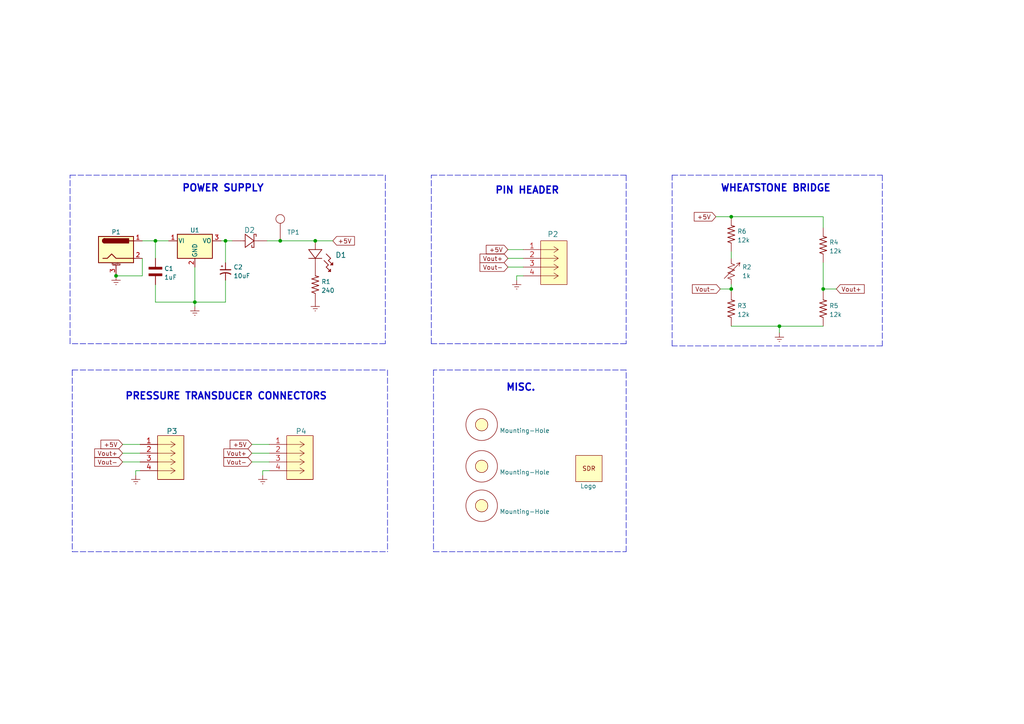
<source format=kicad_sch>
(kicad_sch (version 20211123) (generator eeschema)
  (paper "A4")
  (lib_symbols
    (symbol "Earth_1" (power) (pin_names (offset 0))
      (symbol "Earth_1_0_1"
        (polyline (pts (xy -0.635 -1.905) (xy 0.635 -1.905)))
        (polyline (pts (xy -0.127 -2.54) (xy 0.127 -2.54)))
        (polyline (pts (xy 0 -1.27) (xy 0 0)))
        (polyline (pts (xy 1.27 -1.27) (xy -1.27 -1.27)))
      )
      (symbol "Earth_1_1_1"
        (pin power_in line (at 0 0 270) (length 0) hide (name "Earth") (number "1"))
      )
    )
    (symbol "Earth_2" (power) (pin_names (offset 0))
      (symbol "Earth_2_0_1"
        (polyline (pts (xy -0.635 -1.905) (xy 0.635 -1.905)))
        (polyline (pts (xy -0.127 -2.54) (xy 0.127 -2.54)))
        (polyline (pts (xy 0 -1.27) (xy 0 0)))
        (polyline (pts (xy 1.27 -1.27) (xy -1.27 -1.27)))
      )
      (symbol "Earth_2_1_1"
        (pin power_in line (at 0 0 270) (length 0) hide (name "Earth") (number "1"))
      )
    )
    (symbol "L0003-Wheatstone-Bridge:3310Y-001-102L" (pin_numbers hide) (pin_names (offset 0))
      (property "Reference" "R" (at 2.54 -2.54 90))
      (property "Value" "3310Y-001-102L" (at -2.54 -1.27 90))
      (symbol "3310Y-001-102L_0_0"
        (pin no_connect line (at 6.35 -2.54 90) (length 2.54) hide (name "3") (number "3"))
      )
      (symbol "3310Y-001-102L_0_1"
        (polyline (pts (xy 0 -2.286) (xy 0 -2.54)))
        (polyline (pts (xy 0 2.286) (xy 0 2.54)))
        (polyline (pts (xy 0 -0.762) (xy 1.016 -1.143) (xy 0 -1.524) (xy -1.016 -1.905) (xy 0 -2.286)))
        (polyline (pts (xy 0 0.762) (xy 1.016 0.381) (xy 0 0) (xy -1.016 -0.381) (xy 0 -0.762)))
        (polyline (pts (xy 0 2.286) (xy 1.016 1.905) (xy 0 1.524) (xy -1.016 1.143) (xy 0 0.762)) (stroke (width 0.1524)))
        (polyline (pts (xy 2.286 1.524) (xy 2.54 2.54) (xy 1.524 2.286) (xy 2.54 2.54) (xy -2.032 -2.032)) (stroke (width 0.1524)))
      )
      (symbol "3310Y-001-102L_1_1"
        (pin passive line (at 0 3.81 270) (length 1.27) (name "~") (number "1"))
        (pin passive line (at 0 -3.81 90) (length 1.27) (name "~") (number "2"))
      )
    )
    (symbol "L0003-Wheatstone-Bridge:39299043" (pin_names (offset 0.254) hide)
      (property "Reference" "P" (at 7.62 5.08 0))
      (symbol "39299043_1_1"
        (polyline (pts (xy 5.08 -10.16) (xy 12.7 -10.16)) (stroke (width 0.127)))
        (polyline (pts (xy 5.08 2.54) (xy 5.08 -10.16)) (stroke (width 0.127)))
        (polyline (pts (xy 10.16 -7.62) (xy 5.08 -7.62)) (stroke (width 0.127)))
        (polyline (pts (xy 10.16 -7.62) (xy 8.89 -8.4582)) (stroke (width 0.127)))
        (polyline (pts (xy 10.16 -7.62) (xy 8.89 -6.7818)) (stroke (width 0.127)))
        (polyline (pts (xy 10.16 -5.08) (xy 5.08 -5.08)) (stroke (width 0.127)))
        (polyline (pts (xy 10.16 -5.08) (xy 8.89 -5.9182)) (stroke (width 0.127)))
        (polyline (pts (xy 10.16 -5.08) (xy 8.89 -4.2418)) (stroke (width 0.127)))
        (polyline (pts (xy 10.16 -2.54) (xy 5.08 -2.54)) (stroke (width 0.127)))
        (polyline (pts (xy 10.16 -2.54) (xy 8.89 -3.3782)) (stroke (width 0.127)))
        (polyline (pts (xy 10.16 -2.54) (xy 8.89 -1.7018)) (stroke (width 0.127)))
        (polyline (pts (xy 10.16 0) (xy 5.08 0)) (stroke (width 0.127)))
        (polyline (pts (xy 10.16 0) (xy 8.89 -0.8382)) (stroke (width 0.127)))
        (polyline (pts (xy 10.16 0) (xy 8.89 0.8382)) (stroke (width 0.127)))
        (polyline (pts (xy 12.7 -10.16) (xy 12.7 2.54)) (stroke (width 0.127)))
        (polyline (pts (xy 12.7 2.54) (xy 5.08 2.54)) (stroke (width 0.127)) (fill (type background)))
        (rectangle (start 5.08 2.54) (end 12.7 -10.16) (stroke (width 0.127)) (fill (type background)))
        (pin passive line (at 0 0 0) (length 5.08) (name "+12V") (number "1"))
        (pin passive line (at 0 -2.54 0) (length 5.08) (name "GND") (number "2"))
        (pin passive line (at 0 -5.08 0) (length 5.08) (name "3") (number "3"))
        (pin passive line (at 0 -7.62 0) (length 5.08) (name "4") (number "4"))
      )
    )
    (symbol "L0003-Wheatstone-Bridge:CAP_0603" (pin_numbers hide) (pin_names (offset 1.016) hide)
      (property "Reference" "C" (at -1.27 3.81 0))
      (property "Value" "CAP_0603" (at -3.81 -3.81 0))
      (symbol "CAP_0603_0_0"
        (rectangle (start -1.27 -1.905) (end -0.635 1.905) (fill (type outline)))
        (rectangle (start 0.635 -1.905) (end 1.27 1.905) (fill (type outline)))
        (pin passive line (at 3.81 0 180) (length 2.54) (name "~") (number "1"))
        (pin passive line (at -3.81 0 0) (length 2.54) (name "~") (number "2"))
      )
    )
    (symbol "L0003-Wheatstone-Bridge:EJ508A" (pin_names hide)
      (property "Reference" "P" (at 0 5.334 0))
      (property "Value" "EJ508A" (at 1.27 -6.35 0))
      (symbol "EJ508A_0_1"
        (rectangle (start -5.08 3.81) (end 5.08 -3.81) (stroke (width 0.254)) (fill (type background)))
        (arc (start -3.302 3.175) (mid -3.937 2.54) (end -3.302 1.905) (stroke (width 0.254)))
        (arc (start -3.302 3.175) (mid -3.937 2.54) (end -3.302 1.905) (stroke (width 0.254)) (fill (type outline)))
        (polyline (pts (xy 5.08 2.54) (xy 3.81 2.54)) (stroke (width 0.254)))
        (polyline (pts (xy -3.81 -2.54) (xy -2.54 -2.54) (xy -1.27 -1.27) (xy 0 -2.54) (xy 2.54 -2.54) (xy 5.08 -2.54)) (stroke (width 0.254)))
        (rectangle (start 3.683 3.175) (end -3.302 1.905) (stroke (width 0.254)) (fill (type outline)))
      )
      (symbol "EJ508A_1_1"
        (polyline (pts (xy -1.016 -4.572) (xy 1.016 -4.572)) (stroke (width 0.1524)))
        (text "Mounting" (at 0 -4.191 0) (effects (font (size 0.381 0.381))))
        (pin power_out line (at 7.62 2.54 180) (length 2.54) (name "~") (number "1"))
        (pin power_out line (at 7.62 -2.54 180) (length 2.54) (name "~") (number "2"))
        (pin passive line (at 0 -7.62 90) (length 3.048) (name "MountPin") (number "3"))
      )
    )
    (symbol "L0003-Wheatstone-Bridge:Earth" (power) (pin_names (offset 0))
      (symbol "Earth_0_1"
        (polyline (pts (xy -0.635 -1.905) (xy 0.635 -1.905)))
        (polyline (pts (xy -0.127 -2.54) (xy 0.127 -2.54)))
        (polyline (pts (xy 0 -1.27) (xy 0 0)))
        (polyline (pts (xy 1.27 -1.27) (xy -1.27 -1.27)))
      )
      (symbol "Earth_1_1"
        (pin power_in line (at 0 0 270) (length 0) hide (name "Earth") (number "1"))
      )
    )
    (symbol "L0003-Wheatstone-Bridge:Logo" (pin_names (offset 1.016))
      (property "Reference" "LOGO" (at 0 5.08 0))
      (property "Value" "Logo" (at 0 -5.08 0))
      (symbol "Logo_0_0"
        (text "SDR" (at 0 0 0) (effects (font (size 1.27 1.27))))
      )
      (symbol "Logo_0_1"
        (rectangle (start -3.81 3.81) (end 3.81 -3.81) (fill (type background)))
      )
    )
    (symbol "L0003-Wheatstone-Bridge:MCP1703T-4002E_DB" (pin_names (offset 0.254))
      (property "Reference" "U" (at -3.81 3.175 0))
      (symbol "MCP1703T-4002E_DB_0_1"
        (rectangle (start -5.08 -5.08) (end 5.08 1.905) (stroke (width 0.254)) (fill (type background)))
      )
      (symbol "MCP1703T-4002E_DB_1_1"
        (pin power_in line (at -7.62 0 0) (length 2.54) (name "VI") (number "1"))
        (pin power_in line (at 0 -7.62 90) (length 2.54) (name "GND") (number "2"))
        (pin power_out line (at 7.62 0 180) (length 2.54) (name "VO") (number "3"))
      )
    )
    (symbol "L0003-Wheatstone-Bridge:PPTC041LFBN-RC" (pin_names (offset 0.254) hide)
      (property "Reference" "P" (at 6.35 5.08 0))
      (property "Value" "PPTC041LFBN-RC" (at 8.89 -11.43 0))
      (symbol "PPTC041LFBN-RC_1_1"
        (polyline (pts (xy 10.16 -7.62) (xy 5.08 -7.62)) (stroke (width 0.127)))
        (polyline (pts (xy 10.16 -7.62) (xy 8.89 -8.4582)) (stroke (width 0.127)))
        (polyline (pts (xy 10.16 -7.62) (xy 8.89 -6.7818)) (stroke (width 0.127)))
        (polyline (pts (xy 10.16 -5.08) (xy 5.08 -5.08)) (stroke (width 0.127)))
        (polyline (pts (xy 10.16 -5.08) (xy 8.89 -5.9182)) (stroke (width 0.127)))
        (polyline (pts (xy 10.16 -5.08) (xy 8.89 -4.2418)) (stroke (width 0.127)))
        (polyline (pts (xy 10.16 -2.54) (xy 5.08 -2.54)) (stroke (width 0.127)))
        (polyline (pts (xy 10.16 -2.54) (xy 8.89 -3.3782)) (stroke (width 0.127)))
        (polyline (pts (xy 10.16 -2.54) (xy 8.89 -1.7018)) (stroke (width 0.127)))
        (polyline (pts (xy 10.16 0) (xy 5.08 0)) (stroke (width 0.127)))
        (polyline (pts (xy 10.16 0) (xy 8.89 -0.8382)) (stroke (width 0.127)))
        (polyline (pts (xy 10.16 0) (xy 8.89 0.8382)) (stroke (width 0.127)))
        (rectangle (start 5.08 2.54) (end 12.7 -10.16) (stroke (width 0.1524)) (fill (type background)))
        (pin passive line (at 0 0 0) (length 5.08) (name "1") (number "1"))
        (pin passive line (at 0 -2.54 0) (length 5.08) (name "2") (number "2"))
        (pin passive line (at 0 -5.08 0) (length 5.08) (name "3") (number "3"))
        (pin passive line (at 0 -7.62 0) (length 5.08) (name "4") (number "4"))
      )
    )
    (symbol "L0003-Wheatstone-Bridge:RES_0603" (pin_numbers hide) (pin_names (offset 1.016) hide)
      (property "Reference" "R" (at -1.27 1.27 0))
      (property "Value" "RES_0603" (at -4.445 -3.175 0))
      (symbol "RES_0603_0_0"
        (polyline (pts (xy -2.54 0) (xy -2.159 1.016)) (stroke (width 0.2032)))
        (polyline (pts (xy -2.159 1.016) (xy -1.524 -1.016)) (stroke (width 0.2032)))
        (polyline (pts (xy -1.524 -1.016) (xy -0.889 1.016)) (stroke (width 0.2032)))
        (polyline (pts (xy -0.889 1.016) (xy -0.254 -1.016)) (stroke (width 0.2032)))
        (polyline (pts (xy -0.254 -1.016) (xy 0.381 1.016)) (stroke (width 0.2032)))
        (polyline (pts (xy 0.381 1.016) (xy 1.016 -1.016)) (stroke (width 0.2032)))
        (polyline (pts (xy 1.016 -1.016) (xy 1.651 1.016)) (stroke (width 0.2032)))
        (polyline (pts (xy 1.651 1.016) (xy 2.286 -1.016)) (stroke (width 0.2032)))
        (polyline (pts (xy 2.286 -1.016) (xy 2.54 0)) (stroke (width 0.2032)))
        (pin passive line (at -5.08 0 0) (length 2.54) (name "~") (number "1"))
        (pin passive line (at 5.08 0 180) (length 2.54) (name "~") (number "2"))
      )
    )
    (symbol "L0003-Wheatstone-Bridge:SM5819PL-TP" (pin_numbers hide) (pin_names hide)
      (property "Reference" "D" (at 5.08 4.445 0))
      (symbol "SM5819PL-TP_1_1"
        (polyline (pts (xy 2.54 0) (xy 3.4798 0)) (stroke (width 0.1524)))
        (polyline (pts (xy 3.175 0) (xy 3.81 0)) (stroke (width 0.1524)))
        (polyline (pts (xy 3.81 -1.905) (xy 6.35 0)) (stroke (width 0.2032)))
        (polyline (pts (xy 3.81 1.905) (xy 3.81 -1.905)) (stroke (width 0.2032)))
        (polyline (pts (xy 5.715 -1.905) (xy 5.715 -1.27)) (stroke (width 0.2032)))
        (polyline (pts (xy 6.35 -1.905) (xy 5.715 -1.905)) (stroke (width 0.2032)))
        (polyline (pts (xy 6.35 -1.905) (xy 6.35 1.905)) (stroke (width 0.2032)))
        (polyline (pts (xy 6.35 0) (xy 3.81 1.905)) (stroke (width 0.2032)))
        (polyline (pts (xy 6.35 0) (xy 7.62 0)) (stroke (width 0.1524)))
        (polyline (pts (xy 6.35 1.905) (xy 6.985 1.905)) (stroke (width 0.2032)))
        (polyline (pts (xy 6.985 1.905) (xy 6.985 1.27)) (stroke (width 0.2032)))
        (pin passive line (at 10.16 0 180) (length 2.54) (name "~") (number "1"))
        (pin passive line (at 0 0 0) (length 2.54) (name "~") (number "2"))
      )
    )
    (symbol "L0003-Wheatstone-Bridge:SML-LX1206GC-TR" (pin_numbers hide) (pin_names hide)
      (property "Reference" "D" (at 3.81 5.08 0))
      (property "Value" "SML-LX1206GC-TR" (at 11.43 -10.16 0))
      (symbol "SML-LX1206GC-TR_1_1"
        (polyline (pts (xy -1.905 0) (xy 1.905 0)) (stroke (width 0.2032)))
        (polyline (pts (xy -1.905 2.54) (xy 0 0)) (stroke (width 0.2032)))
        (polyline (pts (xy 0 0) (xy 0 -1.27)) (stroke (width 0.1524)))
        (polyline (pts (xy 0 0) (xy 1.905 2.54)) (stroke (width 0.2032)))
        (polyline (pts (xy 0 3.175) (xy 0 2.54)) (stroke (width 0.1524)))
        (polyline (pts (xy 0 3.81) (xy 0 2.8702)) (stroke (width 0.1524)))
        (polyline (pts (xy 1.905 2.54) (xy -1.905 2.54)) (stroke (width 0.2032)))
        (polyline (pts (xy 2.54 -0.635) (xy 3.81 -1.905)) (stroke (width 0.2032)))
        (polyline (pts (xy 3.175 -2.54) (xy 4.445 -3.81)) (stroke (width 0.2032)))
        (polyline (pts (xy 3.175 1.27) (xy 4.445 0)) (stroke (width 0.2032)))
        (polyline (pts (xy 3.81 -3.81) (xy 4.445 -3.81)) (stroke (width 0.2032)))
        (polyline (pts (xy 3.81 -1.905) (xy 3.175 -2.54)) (stroke (width 0.2032)))
        (polyline (pts (xy 3.81 -0.635) (xy 5.08 -1.905)) (stroke (width 0.2032)))
        (polyline (pts (xy 4.445 -3.81) (xy 4.445 -3.175)) (stroke (width 0.2032)))
        (polyline (pts (xy 4.445 -3.175) (xy 3.81 -3.81)) (stroke (width 0.2032)))
        (polyline (pts (xy 4.445 -1.905) (xy 5.08 -1.905)) (stroke (width 0.2032)))
        (polyline (pts (xy 4.445 0) (xy 3.81 -0.635)) (stroke (width 0.2032)))
        (polyline (pts (xy 5.08 -1.905) (xy 5.08 -1.27)) (stroke (width 0.2032)))
        (polyline (pts (xy 5.08 -1.27) (xy 4.445 -1.905)) (stroke (width 0.2032)))
        (pin passive line (at 0 -2.54 90) (length 1.27) (name "1") (number "1"))
        (pin passive line (at 0 5.08 270) (length 1.27) (name "2") (number "2"))
      )
    )
    (symbol "L0003-Wheatstone-Bridge:T491A106K010AT" (pin_numbers hide) (pin_names (offset 0.254) hide)
      (property "Reference" "C" (at 0.254 1.778 0))
      (property "Value" "T491A106K010AT" (at 0.254 -2.032 0))
      (symbol "T491A106K010AT_0_1"
        (polyline (pts (xy -1.524 0.508) (xy 1.524 0.508)) (stroke (width 0.3048)))
        (polyline (pts (xy -1.27 1.524) (xy -0.762 1.524)))
        (polyline (pts (xy -1.016 1.27) (xy -1.016 1.778)))
        (arc (start 1.524 -0.762) (mid 0 -0.3734) (end -1.524 -0.762) (stroke (width 0.3048)))
      )
      (symbol "T491A106K010AT_1_1"
        (pin passive line (at 0 2.54 270) (length 2.032) (name "~") (number "1"))
        (pin passive line (at 0 -2.54 90) (length 2.032) (name "~") (number "2"))
      )
    )
    (symbol "L0003-Wheatstone-Bridge:TP" (pin_numbers hide) (pin_names (offset 1.016) hide)
      (property "Reference" "TP" (at 0 8.89 0))
      (property "Value" "L0003-Wheatstone-Bridge_TP" (at 0 8.89 0))
      (symbol "TP_0_1"
        (circle (center 0 6.35) (radius 1.27))
      )
      (symbol "TP_1_1"
        (pin passive line (at 0 0 90) (length 5.08) (name "~") (number "1"))
      )
    )
    (symbol "Mounting-Hole_1" (pin_names (offset 1.016))
      (property "Reference" "H" (at 0 6.35 0))
      (property "Value" "Mounting-Hole_1" (at 0 -5.08 0))
      (symbol "Mounting-Hole_1_0_1"
        (circle (center 0 0) (radius 1.8034) (fill (type background)))
        (circle (center 0 0) (radius 4.572))
      )
    )
    (symbol "RES_0603_1" (pin_numbers hide) (pin_names (offset 1.016) hide)
      (property "Reference" "R" (at -1.27 1.27 0))
      (property "Value" "RES_0603_1" (at -4.445 -3.175 0))
      (symbol "RES_0603_1_0_0"
        (polyline (pts (xy -2.54 0) (xy -2.159 1.016)) (stroke (width 0.2032)))
        (polyline (pts (xy -2.159 1.016) (xy -1.524 -1.016)) (stroke (width 0.2032)))
        (polyline (pts (xy -1.524 -1.016) (xy -0.889 1.016)) (stroke (width 0.2032)))
        (polyline (pts (xy -0.889 1.016) (xy -0.254 -1.016)) (stroke (width 0.2032)))
        (polyline (pts (xy -0.254 -1.016) (xy 0.381 1.016)) (stroke (width 0.2032)))
        (polyline (pts (xy 0.381 1.016) (xy 1.016 -1.016)) (stroke (width 0.2032)))
        (polyline (pts (xy 1.016 -1.016) (xy 1.651 1.016)) (stroke (width 0.2032)))
        (polyline (pts (xy 1.651 1.016) (xy 2.286 -1.016)) (stroke (width 0.2032)))
        (polyline (pts (xy 2.286 -1.016) (xy 2.54 0)) (stroke (width 0.2032)))
        (pin passive line (at -5.08 0 0) (length 2.54) (name "~") (number "1"))
        (pin passive line (at 5.08 0 180) (length 2.54) (name "~") (number "2"))
      )
    )
    (symbol "RES_0603_2" (pin_numbers hide) (pin_names (offset 1.016) hide)
      (property "Reference" "R" (at -1.27 1.27 0))
      (property "Value" "RES_0603_2" (at -4.445 -3.175 0))
      (symbol "RES_0603_2_0_0"
        (polyline (pts (xy -2.54 0) (xy -2.159 1.016)) (stroke (width 0.2032)))
        (polyline (pts (xy -2.159 1.016) (xy -1.524 -1.016)) (stroke (width 0.2032)))
        (polyline (pts (xy -1.524 -1.016) (xy -0.889 1.016)) (stroke (width 0.2032)))
        (polyline (pts (xy -0.889 1.016) (xy -0.254 -1.016)) (stroke (width 0.2032)))
        (polyline (pts (xy -0.254 -1.016) (xy 0.381 1.016)) (stroke (width 0.2032)))
        (polyline (pts (xy 0.381 1.016) (xy 1.016 -1.016)) (stroke (width 0.2032)))
        (polyline (pts (xy 1.016 -1.016) (xy 1.651 1.016)) (stroke (width 0.2032)))
        (polyline (pts (xy 1.651 1.016) (xy 2.286 -1.016)) (stroke (width 0.2032)))
        (polyline (pts (xy 2.286 -1.016) (xy 2.54 0)) (stroke (width 0.2032)))
        (pin passive line (at -5.08 0 0) (length 2.54) (name "~") (number "1"))
        (pin passive line (at 5.08 0 180) (length 2.54) (name "~") (number "2"))
      )
    )
    (symbol "RES_0603_3" (pin_numbers hide) (pin_names (offset 1.016) hide)
      (property "Reference" "R" (at -1.27 1.27 0))
      (property "Value" "RES_0603_3" (at -4.445 -3.175 0))
      (symbol "RES_0603_3_0_0"
        (polyline (pts (xy -2.54 0) (xy -2.159 1.016)) (stroke (width 0.2032)))
        (polyline (pts (xy -2.159 1.016) (xy -1.524 -1.016)) (stroke (width 0.2032)))
        (polyline (pts (xy -1.524 -1.016) (xy -0.889 1.016)) (stroke (width 0.2032)))
        (polyline (pts (xy -0.889 1.016) (xy -0.254 -1.016)) (stroke (width 0.2032)))
        (polyline (pts (xy -0.254 -1.016) (xy 0.381 1.016)) (stroke (width 0.2032)))
        (polyline (pts (xy 0.381 1.016) (xy 1.016 -1.016)) (stroke (width 0.2032)))
        (polyline (pts (xy 1.016 -1.016) (xy 1.651 1.016)) (stroke (width 0.2032)))
        (polyline (pts (xy 1.651 1.016) (xy 2.286 -1.016)) (stroke (width 0.2032)))
        (polyline (pts (xy 2.286 -1.016) (xy 2.54 0)) (stroke (width 0.2032)))
        (pin passive line (at -5.08 0 0) (length 2.54) (name "~") (number "1"))
        (pin passive line (at 5.08 0 180) (length 2.54) (name "~") (number "2"))
      )
    )
    (symbol "RES_0603_4" (pin_numbers hide) (pin_names (offset 1.016) hide)
      (property "Reference" "R" (at -1.27 1.27 0))
      (property "Value" "RES_0603_4" (at -4.445 -3.175 0))
      (symbol "RES_0603_4_0_0"
        (polyline (pts (xy -2.54 0) (xy -2.159 1.016)) (stroke (width 0.2032)))
        (polyline (pts (xy -2.159 1.016) (xy -1.524 -1.016)) (stroke (width 0.2032)))
        (polyline (pts (xy -1.524 -1.016) (xy -0.889 1.016)) (stroke (width 0.2032)))
        (polyline (pts (xy -0.889 1.016) (xy -0.254 -1.016)) (stroke (width 0.2032)))
        (polyline (pts (xy -0.254 -1.016) (xy 0.381 1.016)) (stroke (width 0.2032)))
        (polyline (pts (xy 0.381 1.016) (xy 1.016 -1.016)) (stroke (width 0.2032)))
        (polyline (pts (xy 1.016 -1.016) (xy 1.651 1.016)) (stroke (width 0.2032)))
        (polyline (pts (xy 1.651 1.016) (xy 2.286 -1.016)) (stroke (width 0.2032)))
        (polyline (pts (xy 2.286 -1.016) (xy 2.54 0)) (stroke (width 0.2032)))
        (pin passive line (at -5.08 0 0) (length 2.54) (name "~") (number "1"))
        (pin passive line (at 5.08 0 180) (length 2.54) (name "~") (number "2"))
      )
    )
  )
  (junction (at 212.09 62.865))
  (junction (at 212.09 83.82))
  (junction (at 65.405 69.85))
  (junction (at 226.06 94.615))
  (junction (at 91.44 69.85))
  (junction (at 81.28 69.85))
  (junction (at 33.655 80.01))
  (junction (at 238.76 83.82))
  (junction (at 56.515 87.63))
  (junction (at 45.085 69.85))
  (wire (pts (xy 65.405 69.85) (xy 64.135 69.85)))
  (wire (pts (xy 147.32 77.47) (xy 151.765 77.47)))
  (wire (pts (xy 208.915 83.82) (xy 212.09 83.82)))
  (polyline (pts (xy 111.76 50.8) (xy 111.76 99.695)))
  (wire (pts (xy 41.275 80.01) (xy 33.655 80.01)))
  (wire (pts (xy 78.105 136.525) (xy 76.2 136.525)))
  (polyline (pts (xy 111.76 107.315) (xy 20.955 107.315)))
  (wire (pts (xy 45.085 74.93) (xy 45.085 69.85)))
  (polyline (pts (xy 194.945 100.33) (xy 194.945 50.8)))
  (polyline (pts (xy 255.905 100.33) (xy 194.945 100.33)))
  (wire (pts (xy 212.09 73.025) (xy 212.09 74.93)))
  (wire (pts (xy 45.085 87.63) (xy 56.515 87.63)))
  (wire (pts (xy 45.085 69.85) (xy 48.895 69.85)))
  (wire (pts (xy 73.025 128.905) (xy 78.105 128.905)))
  (polyline (pts (xy 125.095 99.695) (xy 125.095 50.8)))
  (wire (pts (xy 41.275 69.85) (xy 45.085 69.85)))
  (wire (pts (xy 226.06 94.615) (xy 226.06 96.52)))
  (polyline (pts (xy 111.76 99.695) (xy 20.32 99.695)))
  (wire (pts (xy 56.515 77.47) (xy 56.515 87.63)))
  (wire (pts (xy 56.515 87.63) (xy 56.515 88.9)))
  (wire (pts (xy 56.515 87.63) (xy 65.405 87.63)))
  (wire (pts (xy 35.56 133.985) (xy 40.64 133.985)))
  (wire (pts (xy 40.64 136.525) (xy 39.37 136.525)))
  (wire (pts (xy 76.2 136.525) (xy 76.2 137.795)))
  (polyline (pts (xy 20.955 107.315) (xy 20.955 160.02)))
  (wire (pts (xy 238.76 62.865) (xy 238.76 66.04)))
  (polyline (pts (xy 181.61 107.315) (xy 125.73 107.315)))
  (wire (pts (xy 151.765 80.01) (xy 149.86 80.01)))
  (polyline (pts (xy 20.32 50.8) (xy 111.76 50.8)))
  (wire (pts (xy 238.76 83.82) (xy 238.76 84.455)))
  (wire (pts (xy 238.76 76.2) (xy 238.76 83.82)))
  (wire (pts (xy 149.86 80.01) (xy 149.86 81.28)))
  (wire (pts (xy 212.09 62.865) (xy 238.76 62.865)))
  (wire (pts (xy 65.405 87.63) (xy 65.405 81.28)))
  (wire (pts (xy 45.085 82.55) (xy 45.085 87.63)))
  (wire (pts (xy 73.025 131.445) (xy 78.105 131.445)))
  (polyline (pts (xy 181.61 99.695) (xy 125.095 99.695)))
  (polyline (pts (xy 20.955 160.02) (xy 112.395 160.02)))
  (polyline (pts (xy 181.61 160.02) (xy 181.61 107.315)))
  (polyline (pts (xy 125.73 160.02) (xy 181.61 160.02)))
  (wire (pts (xy 39.37 136.525) (xy 39.37 137.795)))
  (polyline (pts (xy 112.395 107.315) (xy 112.395 160.02)))
  (wire (pts (xy 238.76 83.82) (xy 242.57 83.82)))
  (wire (pts (xy 41.275 74.93) (xy 41.275 80.01)))
  (wire (pts (xy 91.44 69.85) (xy 96.52 69.85)))
  (wire (pts (xy 35.56 128.905) (xy 40.64 128.905)))
  (wire (pts (xy 147.32 74.93) (xy 151.765 74.93)))
  (wire (pts (xy 73.025 133.985) (xy 78.105 133.985)))
  (wire (pts (xy 147.32 72.39) (xy 151.765 72.39)))
  (wire (pts (xy 226.06 94.615) (xy 238.76 94.615)))
  (polyline (pts (xy 125.73 107.315) (xy 125.73 160.02)))
  (polyline (pts (xy 181.61 50.8) (xy 181.61 99.695)))
  (polyline (pts (xy 194.945 50.8) (xy 255.905 50.8)))
  (polyline (pts (xy 255.905 50.8) (xy 255.905 100.33)))
  (wire (pts (xy 35.56 131.445) (xy 40.64 131.445)))
  (wire (pts (xy 81.28 69.85) (xy 91.44 69.85)))
  (polyline (pts (xy 125.095 50.8) (xy 181.61 50.8)))
  (wire (pts (xy 212.09 94.615) (xy 226.06 94.615)))
  (wire (pts (xy 65.405 69.85) (xy 65.405 76.2)))
  (wire (pts (xy 77.47 69.85) (xy 81.28 69.85)))
  (wire (pts (xy 207.645 62.865) (xy 212.09 62.865)))
  (wire (pts (xy 212.09 83.82) (xy 212.09 84.455)))
  (wire (pts (xy 212.09 82.55) (xy 212.09 83.82)))
  (wire (pts (xy 65.405 69.85) (xy 67.31 69.85)))
  (polyline (pts (xy 20.32 99.695) (xy 20.32 50.8)))
  (text "PIN HEADER" (at 143.51 56.515 0) (effects (font (size 2.032 2.032) (thickness 0.4064) bold) (justify left bottom)))
  (text "MISC." (at 146.685 113.665 0) (effects (font (size 2.032 2.032) (thickness 0.4064) bold) (justify left bottom)))
  (text "PRESSURE TRANSDUCER CONNECTORS" (at 36.195 116.205 0) (effects (font (size 2.032 2.032) (thickness 0.4064) bold) (justify left bottom)))
  (text "WHEATSTONE BRIDGE" (at 208.915 55.88 0) (effects (font (size 2.032 2.032) (thickness 0.4064) bold) (justify left bottom)))
  (text "POWER SUPPLY" (at 52.705 55.88 0) (effects (font (size 2.032 2.032) (thickness 0.4064) bold) (justify left bottom)))
  (global_label "+5V" (shape input) (at 147.32 72.39 180) (property "Intersheet References" "${INTERSHEET_REFS}" (effects hide)))
  (global_label "Vout-" (shape input) (at 73.025 133.985 180) (property "Intersheet References" "${INTERSHEET_REFS}" (effects hide)))
  (global_label "Vout+" (shape input) (at 242.57 83.82 0) (property "Intersheet References" "${INTERSHEET_REFS}" (effects hide)))
  (global_label "+5V" (shape input) (at 207.645 62.865 180) (property "Intersheet References" "${INTERSHEET_REFS}" (effects hide)))
  (global_label "+5V" (shape input) (at 35.56 128.905 180) (property "Intersheet References" "${INTERSHEET_REFS}" (effects hide)))
  (global_label "+5V" (shape input) (at 96.52 69.85 0) (property "Intersheet References" "${INTERSHEET_REFS}" (effects hide)))
  (global_label "+5V" (shape input) (at 73.025 128.905 180) (property "Intersheet References" "${INTERSHEET_REFS}" (effects hide)))
  (global_label "Vout+" (shape input) (at 35.56 131.445 180) (property "Intersheet References" "${INTERSHEET_REFS}" (effects hide)))
  (global_label "Vout-" (shape input) (at 147.32 77.47 180) (property "Intersheet References" "${INTERSHEET_REFS}" (effects hide)))
  (global_label "Vout-" (shape input) (at 35.56 133.985 180) (property "Intersheet References" "${INTERSHEET_REFS}" (effects hide)))
  (global_label "Vout-" (shape input) (at 208.915 83.82 180) (property "Intersheet References" "${INTERSHEET_REFS}" (effects hide)))
  (global_label "Vout+" (shape input) (at 73.025 131.445 180) (property "Intersheet References" "${INTERSHEET_REFS}" (effects hide)))
  (global_label "Vout+" (shape input) (at 147.32 74.93 180) (property "Intersheet References" "${INTERSHEET_REFS}" (effects hide)))
  (symbol (lib_id "L0003-Wheatstone-Bridge:TP") (at 81.28 69.85 0) (unit 1)
    (property "Reference" "TP1" (effects hide))
    (property "Value" "TP1" (at 83.2612 67.3862 0) (effects (justify left)))
    (property "Footprint" "L0003-Wheatstone-Bridge:TP" (effects hide))
  )
  (symbol (lib_id "L0003-Wheatstone-Bridge:Earth") (at 91.44 87.63 0) (unit 1)
    (property "Reference" "#PWR03" (effects hide))
    (property "Value" "Earth" (effects hide))
  )
  (symbol (lib_id "L0003-Wheatstone-Bridge:Earth") (at 149.86 81.28 0) (unit 1)
    (property "Reference" "#PWR04" (effects hide))
    (property "Value" "Earth" (effects hide))
  )
  (symbol (lib_id "L0003-Wheatstone-Bridge:Earth") (at 226.06 96.52 0) (unit 1)
    (property "Reference" "#PWR05" (effects hide))
    (property "Value" "Earth" (effects hide))
  )
  (symbol (lib_name "RES_0603_4") (lib_id "L0003-Wheatstone-Bridge:RES_0603") (at 238.76 71.12 90) (unit 1)
    (property "Reference" "R4" (at 240.5126 70.2853 90) (effects (justify right)))
    (property "Value" "12k" (at 240.5126 72.8222 90) (effects (justify right)))
  )
  (symbol (lib_name "RES_0603_1") (lib_id "L0003-Wheatstone-Bridge:RES_0603") (at 91.44 82.55 90) (unit 1)
    (property "Reference" "R1" (at 93.1926 81.7153 90) (effects (justify right)))
    (property "Value" "240" (at 93.1926 84.2522 90) (effects (justify right)))
  )
  (symbol (lib_id "L0003-Wheatstone-Bridge:39299043") (at 40.64 128.905 0) (unit 1)
    (property "Reference" "P3" (at 48.26 125.095 0) (effects (font (size 1.524 1.524)) (justify left)))
    (property "Value" "39299043" (effects hide))
    (property "Footprint" "CONN_4840.2201_SCH" (effects hide))
  )
  (symbol (lib_id "L0003-Wheatstone-Bridge:3310Y-001-102L") (at 212.09 78.74 0) (unit 1)
    (property "Reference" "R2" (at 215.265 77.47 0) (effects (justify left)))
    (property "Value" "1k" (at 215.265 80.01 0) (effects (justify left)))
  )
  (symbol (lib_name "Mounting-Hole_1") (lib_id "L0003-Wheatstone-Bridge:Mounting-Hole") (at 139.7 146.685 0) (unit 1)
    (property "Reference" "H3" (effects hide))
    (property "Value" "Mounting-Hole" (at 144.907 148.3872 0) (effects (justify left)))
  )
  (symbol (lib_id "L0003-Wheatstone-Bridge:PPTC041LFBN-RC") (at 151.765 72.39 0) (unit 1)
    (property "Reference" "P2" (at 158.75 67.945 0) (effects (font (size 1.524 1.524)) (justify left)))
    (property "Value" "PPTC041LFBN-RC" (effects hide))
    (property "Footprint" "L0003-Wheatstone-Bridge:PPTC041LFBN-RC" (effects hide))
  )
  (symbol (lib_id "L0003-Wheatstone-Bridge:Logo") (at 170.815 135.89 0) (unit 1)
    (property "Reference" "LOGO1" (effects hide))
    (property "Value" "Logo" (at 168.275 140.97 0) (effects (justify left)))
  )
  (symbol (lib_name "Earth_1") (lib_id "L0003-Wheatstone-Bridge:Earth") (at 33.655 80.01 0) (unit 1)
    (property "Reference" "#PWR0102" (effects hide))
    (property "Value" "Earth" (effects hide))
  )
  (symbol (lib_name "Mounting-Hole_1") (lib_id "L0003-Wheatstone-Bridge:Mounting-Hole") (at 139.7 123.19 0) (unit 1)
    (property "Reference" "H1" (effects hide))
    (property "Value" "Mounting-Hole" (at 144.907 124.8922 0) (effects (justify left)))
  )
  (symbol (lib_id "L0003-Wheatstone-Bridge:SML-LX1206GC-TR") (at 91.44 74.93 0) (unit 1)
    (property "Reference" "D1" (at 97.2566 73.9665 0) (effects (font (size 1.524 1.524)) (justify left)))
    (property "Value" "SML-LX1206GC-TR" (effects hide))
  )
  (symbol (lib_id "L0003-Wheatstone-Bridge:Earth") (at 76.2 137.795 0) (unit 1)
    (property "Reference" "#PWR07" (effects hide))
    (property "Value" "Earth" (effects hide))
  )
  (symbol (lib_id "L0003-Wheatstone-Bridge:Earth") (at 39.37 137.795 0) (unit 1)
    (property "Reference" "#PWR06" (effects hide))
    (property "Value" "Earth" (effects hide))
  )
  (symbol (lib_id "L0003-Wheatstone-Bridge:MCP1703T-4002E_DB") (at 56.515 69.85 0) (unit 1)
    (property "Reference" "U1" (at 56.515 66.7822 0))
    (property "Value" "MCP1703T-4002E_DB" (effects hide))
    (property "Footprint" "Package_TO_SOT_SMD:SOT-223-3_TabPin2" (effects hide))
  )
  (symbol (lib_id "L0003-Wheatstone-Bridge:RES_0603") (at 238.76 89.535 90) (unit 1)
    (property "Reference" "R5" (at 240.5126 88.7003 90) (effects (justify right)))
    (property "Value" "12k" (at 240.5126 91.2372 90) (effects (justify right)))
  )
  (symbol (lib_name "RES_0603_2") (lib_id "L0003-Wheatstone-Bridge:RES_0603") (at 212.09 67.945 90) (unit 1)
    (property "Reference" "R6" (at 213.8426 67.1103 90) (effects (justify right)))
    (property "Value" "12k" (at 213.8426 69.6472 90) (effects (justify right)))
  )
  (symbol (lib_id "L0003-Wheatstone-Bridge:CAP_0603") (at 45.085 78.74 90) (unit 1)
    (property "Reference" "C1" (at 47.625 77.9053 90) (effects (justify right)))
    (property "Value" "1uF" (at 47.625 80.4422 90) (effects (justify right)))
  )
  (symbol (lib_id "L0003-Wheatstone-Bridge:EJ508A") (at 33.655 72.39 0) (unit 1)
    (property "Reference" "P1" (at 33.655 67.31 0))
    (property "Value" "EJ508A" (effects hide))
  )
  (symbol (lib_id "L0003-Wheatstone-Bridge:39299043") (at 78.105 128.905 0) (unit 1)
    (property "Reference" "P4" (at 85.725 125.095 0) (effects (font (size 1.524 1.524)) (justify left)))
    (property "Value" "39299043" (effects hide))
    (property "Footprint" "CONN_4840.2201_SCH" (effects hide))
  )
  (symbol (lib_id "L0003-Wheatstone-Bridge:SM5819PL-TP") (at 67.31 69.85 0) (unit 1)
    (property "Reference" "D2" (at 72.39 66.7527 0) (effects (font (size 1.524 1.524))))
    (property "Value" "SM5819PL-TP" (effects hide))
    (property "Footprint" "L0003-Wheatstone-Bridge:SM5819PL-TP" (effects hide))
  )
  (symbol (lib_name "Earth_2") (lib_id "L0003-Wheatstone-Bridge:Earth") (at 56.515 88.9 0) (unit 1)
    (property "Reference" "#PWR0101" (effects hide))
    (property "Value" "Earth" (effects hide))
  )
  (symbol (lib_name "Mounting-Hole_1") (lib_id "L0003-Wheatstone-Bridge:Mounting-Hole") (at 139.7 135.255 0) (unit 1)
    (property "Reference" "H2" (effects hide))
    (property "Value" "Mounting-Hole" (at 144.907 136.9572 0) (effects (justify left)))
  )
  (symbol (lib_name "RES_0603_3") (lib_id "L0003-Wheatstone-Bridge:RES_0603") (at 212.09 89.535 90) (unit 1)
    (property "Reference" "R3" (at 213.8426 88.7003 90) (effects (justify right)))
    (property "Value" "12k" (at 213.8426 91.2372 90) (effects (justify right)))
  )
  (symbol (lib_id "L0003-Wheatstone-Bridge:T491A106K010AT") (at 65.405 78.74 0) (unit 1)
    (property "Reference" "C2" (at 67.7164 77.4735 0) (effects (justify left)))
    (property "Value" "10uF" (at 67.7164 80.0104 0) (effects (justify left)))
  )
)
</source>
